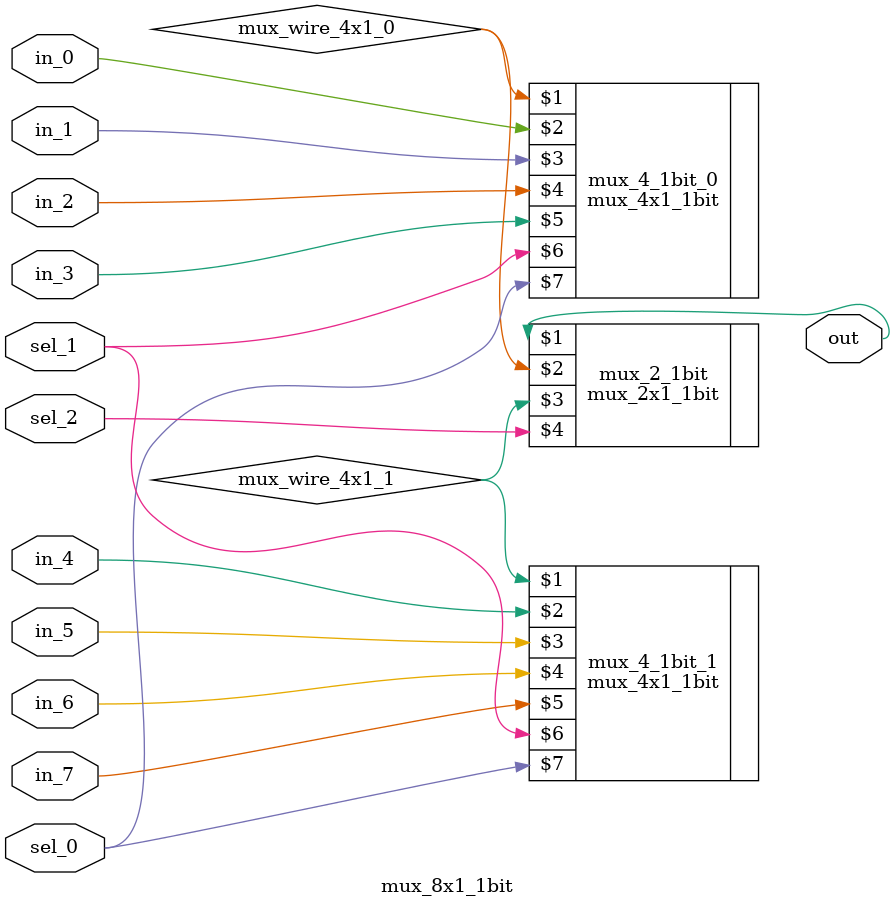
<source format=v>
module mux_8x1_1bit(
	
	output out,
	
	input in_0,
	input in_1,
	input in_2,
	input in_3,
	input in_4,
	input in_5,
	input in_6,
	input in_7,
	
	input sel_2,
	input sel_1,
	input sel_0
);

	wire mux_wire_4x1_0;
	wire mux_wire_4x1_1;

	mux_4x1_1bit mux_4_1bit_0(mux_wire_4x1_0 ,in_0, in_1, in_2, in_3, sel_1, sel_0);
	mux_4x1_1bit mux_4_1bit_1(mux_wire_4x1_1 ,in_4, in_5, in_6, in_7, sel_1, sel_0);
	
	mux_2x1_1bit mux_2_1bit(out, mux_wire_4x1_0, mux_wire_4x1_1, sel_2);
	
	
	 
endmodule 

</source>
